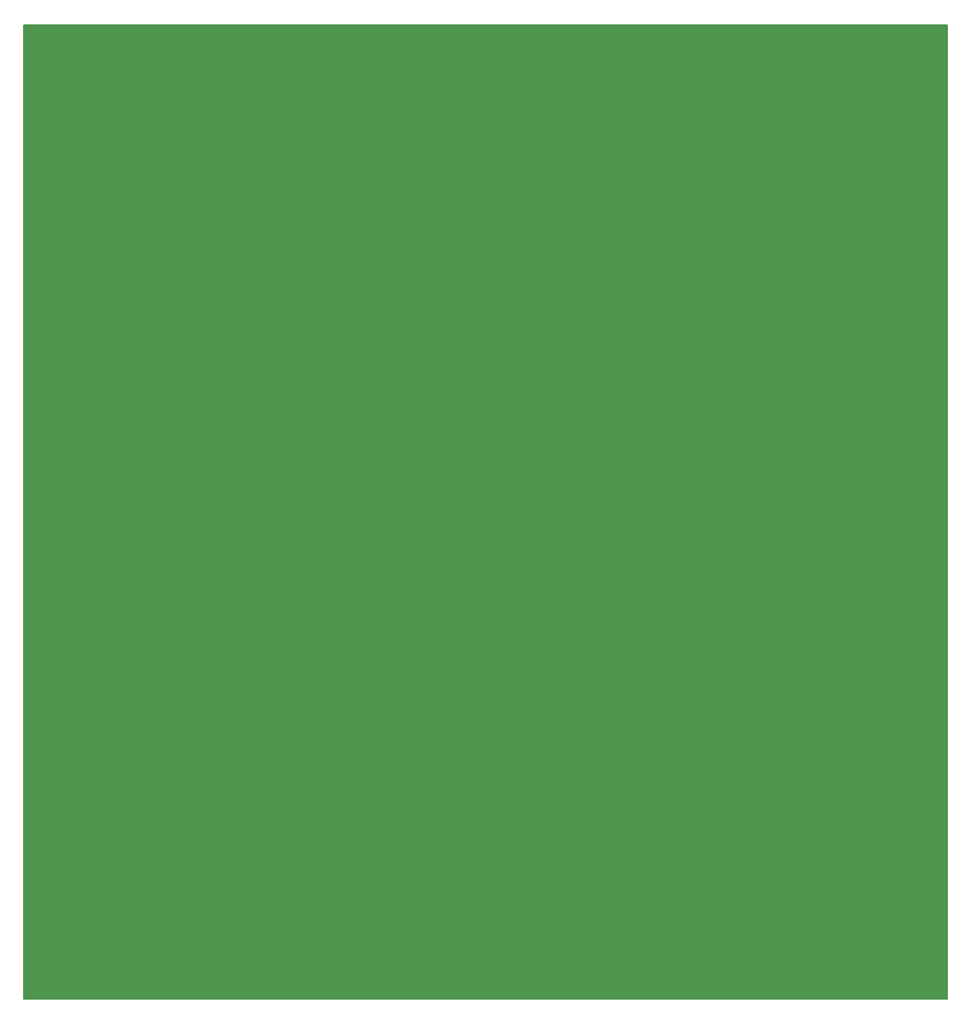
<source format=gbr>
%TF.GenerationSoftware,KiCad,Pcbnew,8.0.5*%
%TF.CreationDate,2025-03-22T15:17:24-07:00*%
%TF.ProjectId,TapOMatic_FrontPanel,5461704f-4d61-4746-9963-5f46726f6e74,rev?*%
%TF.SameCoordinates,Original*%
%TF.FileFunction,Copper,L1,Top*%
%TF.FilePolarity,Positive*%
%FSLAX46Y46*%
G04 Gerber Fmt 4.6, Leading zero omitted, Abs format (unit mm)*
G04 Created by KiCad (PCBNEW 8.0.5) date 2025-03-22 15:17:24*
%MOMM*%
%LPD*%
G01*
G04 APERTURE LIST*
%TA.AperFunction,NonConductor*%
%ADD10C,0.200000*%
%TD*%
G04 APERTURE END LIST*
D10*
X20000000Y-20000000D02*
X141920000Y-20000000D01*
X141920000Y-148500000D01*
X20000000Y-148500000D01*
X20000000Y-20000000D01*
%TA.AperFunction,NonConductor*%
G36*
X20000000Y-20000000D02*
G01*
X141920000Y-20000000D01*
X141920000Y-148500000D01*
X20000000Y-148500000D01*
X20000000Y-20000000D01*
G37*
%TD.AperFunction*%
M02*

</source>
